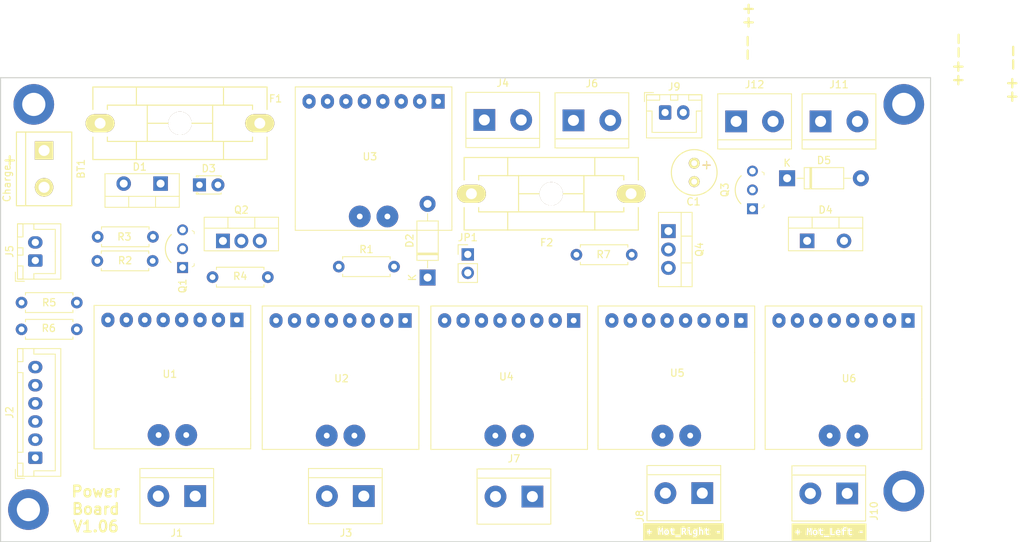
<source format=kicad_pcb>
(kicad_pcb (version 20211014) (generator pcbnew)
  (layers (0 "F.Cu" signal) (31 "B.Cu" signal) (34 "B.Paste" user) (35 "F.Paste" user) (36 "B.SilkS" user "B.Silkscreen") (37 "F.SilkS" user "F.Silkscreen") (38 "B.Mask" user) (39 "F.Mask" user) (44 "Edge.Cuts" user))
  (net 0 "")
  (net 1 "GND")
  (net 2 "Net-(F2-Pad1)")
  (net 3 "pinChargeEnable")
  (net 4 "pinBatterySwitch")
  (net 5 "Net-(Q1-Pad1)")
  (net 6 "Net-(Q1-Pad2)")
  (net 7 "Net-(Q3-Pad2)")
  (net 8 "+3V3")
  (net 9 "V_Bat")
  (net 10 "SDA0")
  (net 11 "SCL0")
  (net 12 "SDA1")
  (net 13 "SCL1")
  (net 29 "Net-(BT1-Pad1)")
  (net 30 "Net-(D2-Pad2)")
  (net 31 "Net-(D3-Pad2)")
  (net 32 "Net-(J4-Pad1)")
  (net 33 "Net-(J9-Pad1)")
  (net 37 "Net-(D4-Pad1)")
  (net 38 "Net-(D5-Pad2)")
  (net 39 "Net-(J3-Pad2)")
  (net 40 "Net-(J7-Pad2)")
  (net 41 "Net-(J8-Pad2)")
  (net 42 "Net-(J10-Pad2)")
  (net 43 "Net-(J1-Pad2)")
  (net 44 "Net-(Q2-Pad2)")
  (net 45 "Net-(D1-Pad1)")
  (net 46 "Net-(C1-Pad1)")
  (footprint "Zimprich:Anschlussklemme_2P_RM5,08" (layer "F.Cu") (at 90.71 73.79 -90)
    (fp_text reference "BT1" (at 0 -5.08 90) (layer "F.SilkS"))
    (fp_text value "Charge" (at 1.99 5.13 90) (layer "F.SilkS"))
    (pad "1" thru_hole rect locked (at -2.54 0 270) (size 2.54 2.54) (drill 1.524) (layers *.Cu *.Mask "F.SilkS") (net 29 "Net-(BT1-Pad1)"))
    (pad "2" thru_hole circle locked (at 2.54 0 270) (size 2.54 2.54) (drill 1.524) (layers *.Cu *.Mask "F.SilkS") (net 1 "GND"))
  )
  (footprint "Zimprich:Elko_vert_11.2x6.3mm_RM2.5" (layer "F.Cu") (at 180.29 73.01 -90)
    (fp_text reference "C1" (at 5.31 0.1) (layer "F.SilkS"))
    (fp_text value "100uF")
    (fp_line (start 0.26924 -1.69926) (end 0.26924 -1.30048) (layer "F.Cu") (width 0.15))
    (fp_line (start 0.26924 -1.69926) (end 0.26924 -2.19964) (layer "F.Cu") (width 0.15))
    (fp_line (start 0.26924 -1.69926) (end 0.76962 -1.69926) (layer "F.Cu") (width 0.15))
    (fp_line (start 0.26924 -1.30048) (end 0.26924 -1.19888) (layer "F.Cu") (width 0.15))
    (fp_line (start -0.23114 -1.69926) (end 0.26924 -1.69926) (layer "F.Cu") (width 0.15))
    (pad "1" thru_hole circle locked (at 0 0 270) (size 1.50114 1.50114) (drill 0.8001) (layers *.Cu *.Mask "F.SilkS") (net 46 "Net-(C1-Pad1)"))
    (pad "2" thru_hole circle locked (at 2.54 0 270) (size 1.50114 1.50114) (drill 0.8001) (layers *.Cu *.Mask "F.SilkS") (net 1 "GND"))
  )
  (footprint "Package_TO_SOT_THT:TO-220-2_Vertical" (layer "F.Cu") (at 106.76 75.82 180)
    (fp_text reference "D1" (at 2.876 2.304) (layer "F.SilkS"))
    (fp_text value "MBR1045")
    (pad "1" thru_hole rect locked (at 0 0 180) (size 2 2) (drill 1.1) (layers *.Cu *.Mask) (net 45 "Net-(D1-Pad1)"))
    (pad "2" thru_hole oval locked (at 5.08 0 180) (size 2 2) (drill 1.1) (layers *.Cu *.Mask) (net 1 "GND"))
  )
  (footprint "Zimprich:Fuseholder_Reichelt_PL112000" (layer "F.Cu") (at 109.43 67.5)
    (fp_text reference "F1" (at 13.17 -3.39) (layer "F.SilkS"))
    (fp_text value "5A" hide)
    (pad "1" thru_hole oval locked (at -11.00074 0 270) (size 2.49936 4.0005) (drill 1.50114) (layers *.Cu *.Mask "F.SilkS") (net 29 "Net-(BT1-Pad1)"))
    (pad "2" thru_hole oval locked (at 11.00074 0 270) (size 2.49936 4.0005) (drill 1.50114) (layers *.Cu *.Mask "F.SilkS") (net 45 "Net-(D1-Pad1)"))
    (pad "~" thru_hole circle locked (at 0 0) (size 3.2 3.2) (drill 3.2) (layers *.Cu *.Mask "F.SilkS"))
  )
  (footprint "Zimprich:Fuseholder_Reichelt_PL112000" (layer "F.Cu") (at 160.59 77.22 180)
    (fp_text reference "F2" (at 0.635 -6.731) (layer "F.SilkS"))
    (fp_text value "10A" hide)
    (pad "1" thru_hole oval locked (at -11.00074 0 90) (size 2.49936 4.0005) (drill 1.50114) (layers *.Cu *.Mask "F.SilkS") (net 2 "Net-(F2-Pad1)"))
    (pad "2" thru_hole oval locked (at 11.00074 0 90) (size 2.49936 4.0005) (drill 1.50114) (layers *.Cu *.Mask "F.SilkS") (net 37 "Net-(D4-Pad1)"))
    (pad "~" thru_hole circle locked (at 0 0 180) (size 3.2 3.2) (drill 3.2) (layers *.Cu *.Mask "F.SilkS"))
  )
  (footprint "TerminalBlock:TerminalBlock_bornier-2_P5.08mm" (layer "F.Cu") (at 111.53 118.92 180)
    (fp_text reference "J1" (at 2.54 -5.08) (layer "F.SilkS"))
    (fp_text value "Mow3")
    (pad "1" thru_hole rect locked (at 0 0 180) (size 3 3) (drill 1.52) (layers *.Cu *.Mask) (net 1 "GND"))
    (pad "2" thru_hole circle locked (at 5.08 0 180) (size 3 3) (drill 1.52) (layers *.Cu *.Mask) (net 43 "Net-(J1-Pad2)"))
  )
  (footprint "digikey-footprints:TO-92-3_Formed_Leads" (layer "F.Cu") (at 109.795 87.4 90)
    (fp_text reference "Q1" (at -2.54 0 90) (layer "F.SilkS"))
    (fp_text value "BC547C")
    (pad "1" thru_hole rect (at 0 0 270) (size 1.5 1.5) (drill 0.9) (layers *.Cu *.Mask) (net 5 "Net-(Q1-Pad1)"))
    (pad "2" thru_hole circle (at 2.6 0 270) (size 1.5 1.5) (drill 0.9) (layers *.Cu *.Mask) (net 6 "Net-(Q1-Pad2)"))
    (pad "3" thru_hole circle (at 5.2 0 270) (size 1.5 1.5) (drill 0.9) (layers *.Cu *.Mask) (net 1 "GND"))
  )
  (footprint "digikey-footprints:TO-92-3_Formed_Leads" (layer "F.Cu") (at 188.315 79.29 90)
    (fp_text reference "Q3" (at 2.6 -3.81 90) (layer "F.SilkS"))
    (fp_text value "BC547C")
    (pad "1" thru_hole rect (at 0 0 270) (size 1.5 1.5) (drill 0.9) (layers *.Cu *.Mask) (net 33 "Net-(J9-Pad1)"))
    (pad "2" thru_hole circle (at 2.6 0 270) (size 1.5 1.5) (drill 0.9) (layers *.Cu *.Mask) (net 7 "Net-(Q3-Pad2)"))
    (pad "3" thru_hole circle (at 5.2 0 270) (size 1.5 1.5) (drill 0.9) (layers *.Cu *.Mask) (net 1 "GND"))
  )
  (footprint "Resistor_THT:R_Axial_DIN0207_L6.3mm_D2.5mm_P7.62mm_Horizontal" (layer "F.Cu") (at 105.71 83.16 180)
    (fp_text reference "R3" (at 3.937 0) (layer "F.SilkS"))
    (fp_text value "4k7")
    (pad "1" thru_hole circle locked (at 0 0 180) (size 1.6 1.6) (drill 0.8) (layers *.Cu *.Mask) (net 6 "Net-(Q1-Pad2)"))
    (pad "2" thru_hole oval locked (at 7.62 0 180) (size 1.6 1.6) (drill 0.8) (layers *.Cu *.Mask) (net 3 "pinChargeEnable"))
  )
  (footprint "Resistor_THT:R_Axial_DIN0207_L6.3mm_D2.5mm_P7.62mm_Horizontal" (layer "F.Cu") (at 121.54 88.72 180)
    (fp_text reference "R4" (at 3.81 0.127) (layer "F.SilkS"))
    (fp_text value "4k7")
    (pad "1" thru_hole circle locked (at 0 0 180) (size 1.6 1.6) (drill 0.8) (layers *.Cu *.Mask) (net 30 "Net-(D2-Pad2)"))
    (pad "2" thru_hole oval locked (at 7.62 0 180) (size 1.6 1.6) (drill 0.8) (layers *.Cu *.Mask) (net 5 "Net-(Q1-Pad1)"))
  )
  (footprint "Resistor_THT:R_Axial_DIN0207_L6.3mm_D2.5mm_P7.62mm_Horizontal" (layer "F.Cu") (at 87.6 92.23)
    (fp_text reference "R5" (at 3.81 0) (layer "F.SilkS"))
    (fp_text value "4k7")
    (pad "1" thru_hole circle locked (at 0 0) (size 1.6 1.6) (drill 0.8) (layers *.Cu *.Mask) (net 4 "pinBatterySwitch"))
    (pad "2" thru_hole oval locked (at 7.62 0) (size 1.6 1.6) (drill 0.8) (layers *.Cu *.Mask) (net 1 "GND"))
  )
  (footprint "Resistor_THT:R_Axial_DIN0207_L6.3mm_D2.5mm_P7.62mm_Horizontal" (layer "F.Cu") (at 87.6 95.92)
    (fp_text reference "R6" (at 3.75 -0.16) (layer "F.SilkS"))
    (fp_text value "4k7")
    (pad "1" thru_hole circle locked (at 0 0) (size 1.6 1.6) (drill 0.8) (layers *.Cu *.Mask) (net 4 "pinBatterySwitch"))
    (pad "2" thru_hole oval locked (at 7.62 0) (size 1.6 1.6) (drill 0.8) (layers *.Cu *.Mask) (net 7 "Net-(Q3-Pad2)"))
  )
  (footprint "MountingHole:MountingHole_3.2mm_M3_DIN965_Pad_TopBottom" (layer "F.Cu") (at 89.289 64.897)
    (fp_text reference "H1" hide)
    (fp_text value "MountingHole_Pad" hide)
    (pad "1" connect circle locked (at 0 0) (size 5.6 5.6) (layers "B.Cu" "B.Mask") (net 1 "GND"))
    (pad "1" connect circle locked (at 0 0) (size 5.6 5.6) (layers "F.Cu" "F.Mask") (net 1 "GND"))
    (pad "1" thru_hole circle locked (at 0 0) (size 3.6 3.6) (drill 3.2) (layers *.Cu *.Mask) (net 1 "GND"))
  )
  (footprint "MountingHole:MountingHole_3.2mm_M3_DIN965_Pad_TopBottom" (layer "F.Cu") (at 209.169 64.897)
    (fp_text reference "H2" hide)
    (fp_text value "MountingHole_Pad" hide)
    (pad "1" connect circle locked (at 0 0) (size 5.6 5.6) (layers "B.Cu" "B.Mask") (net 1 "GND"))
    (pad "1" thru_hole circle locked (at 0 0) (size 3.6 3.6) (drill 3.2) (layers *.Cu *.Mask) (net 1 "GND"))
    (pad "1" connect circle locked (at 0 0) (size 5.6 5.6) (layers "F.Cu" "F.Mask") (net 1 "GND"))
  )
  (footprint "MountingHole:MountingHole_3.2mm_M3_DIN965_Pad_TopBottom" (layer "F.Cu") (at 209.169 118.237)
    (fp_text reference "H3" hide)
    (fp_text value "MountingHole_Pad" hide)
    (pad "1" thru_hole circle locked (at 0 0) (size 3.6 3.6) (drill 3.2) (layers *.Cu *.Mask) (net 1 "GND"))
    (pad "1" connect circle locked (at 0 0) (size 5.6 5.6) (layers "F.Cu" "F.Mask") (net 1 "GND"))
    (pad "1" connect circle locked (at 0 0) (size 5.6 5.6) (layers "B.Cu" "B.Mask") (net 1 "GND"))
  )
  (footprint "MountingHole:MountingHole_3.2mm_M3_DIN965_Pad_TopBottom" (layer "F.Cu") (at 88.55 120.78)
    (fp_text reference "H4" hide)
    (fp_text value "MountingHole_Pad" hide)
    (pad "1" connect circle locked (at 0 0) (size 5.6 5.6) (layers "F.Cu" "F.Mask") (net 1 "GND"))
    (pad "1" thru_hole circle locked (at 0 0) (size 3.6 3.6) (drill 3.2) (layers *.Cu *.Mask) (net 1 "GND"))
    (pad "1" connect circle locked (at 0 0) (size 5.6 5.6) (layers "B.Cu" "B.Mask") (net 1 "GND"))
  )
  (footprint "TerminalBlock:TerminalBlock_bornier-2_P5.08mm" (layer "F.Cu") (at 181.4 118.51 180)
    (fp_text reference "J8" (at 8.59 -3.17 90) (layer "F.SilkS"))
    (fp_text value "Mot_Right")
    (pad "1" thru_hole rect locked (at 0 0 180) (size 3 3) (drill 1.52) (layers *.Cu *.Mask) (net 1 "GND"))
    (pad "2" thru_hole circle locked (at 5.08 0 180) (size 3 3) (drill 1.52) (layers *.Cu *.Mask) (net 41 "Net-(J8-Pad2)"))
  )
  (footprint "Package_TO_SOT_THT:TO-220-3_Vertical" (layer "F.Cu") (at 176.735 82.37 -90)
    (fp_text reference "Q4" (at 2.54 -4.27 90) (layer "F.SilkS"))
    (fp_text value "IRF9540N")
    (pad "1" thru_hole rect locked (at 0 0 270) (size 1.905 2) (drill 1.1) (layers *.Cu *.Mask) (net 33 "Net-(J9-Pad1)"))
    (pad "2" thru_hole oval locked (at 2.54 0 270) (size 1.905 2) (drill 1.1) (layers *.Cu *.Mask) (net 46 "Net-(C1-Pad1)"))
    (pad "3" thru_hole oval locked (at 5.08 0 270) (size 1.905 2) (drill 1.1) (layers *.Cu *.Mask) (net 38 "Net-(D5-Pad2)"))
  )
  (footprint "Package_TO_SOT_THT:TO-220-3_Vertical" (layer "F.Cu") (at 115.35 83.725)
    (fp_text reference "Q2" (at 2.54 -4.27) (layer "F.SilkS"))
    (fp_text value "IRF9540N")
    (pad "1" thru_hole rect locked (at 0 0) (size 1.905 2) (drill 1.1) (layers *.Cu *.Mask) (net 5 "Net-(Q1-Pad1)"))
    (pad "2" thru_hole oval locked (at 2.54 0) (size 1.905 2) (drill 1.1) (layers *.Cu *.Mask) (net 44 "Net-(Q2-Pad2)"))
    (pad "3" thru_hole oval locked (at 5.08 0) (size 1.905 2) (drill 1.1) (layers *.Cu *.Mask) (net 30 "Net-(D2-Pad2)"))
  )
  (footprint "Connector_JST:JST_XH_B6B-XH-A_1x06_P2.50mm_Vertical" (layer "F.Cu") (at 89.5 113.63 90)
    (fp_text reference "J2" (at 6.25 -3.55 90) (layer "F.SilkS"))
    (fp_text value "Main_PCB1")
    (pad "1" thru_hole roundrect locked (at 0 0 90) (size 1.7 1.95) (drill 0.95) (layers *.Cu *.Mask) (roundrect_rratio 0.147059) (net 13 "SCL1"))
    (pad "2" thru_hole oval locked (at 2.5 0 90) (size 1.7 1.95) (drill 0.95) (layers *.Cu *.Mask) (net 12 "SDA1"))
    (pad "3" thru_hole oval locked (at 5 0 90) (size 1.7 1.95) (drill 0.95) (layers *.Cu *.Mask) (net 11 "SCL0"))
    (pad "4" thru_hole oval locked (at 7.5 0 90) (size 1.7 1.95) (drill 0.95) (layers *.Cu *.Mask) (net 10 "SDA0"))
    (pad "5" thru_hole oval locked (at 10 0 90) (size 1.7 1.95) (drill 0.95) (layers *.Cu *.Mask) (net 1 "GND"))
    (pad "6" thru_hole oval locked (at 12.5 0 90) (size 1.7 1.95) (drill 0.95) (layers *.Cu *.Mask) (net 8 "+3V3"))
  )
  (footprint "TerminalBlock:TerminalBlock_bornier-2_P5.08mm" (layer "F.Cu") (at 134.76 118.92 180)
    (fp_text reference "J3" (at 2.45 -5.08) (layer "F.SilkS"))
    (fp_text value "Mow2")
    (pad "1" thru_hole rect locked (at 0 0 180) (size 3 3) (drill 1.52) (layers *.Cu *.Mask) (net 1 "GND"))
    (pad "2" thru_hole circle locked (at 5.08 0 180) (size 3 3) (drill 1.52) (layers *.Cu *.Mask) (net 39 "Net-(J3-Pad2)"))
  )
  (footprint "TerminalBlock:TerminalBlock_bornier-2_P5.08mm" (layer "F.Cu") (at 151.37 67.04)
    (fp_text reference "J4" (at 2.54 -5.08) (layer "F.SilkS"))
    (fp_text value "Battery")
    (pad "1" thru_hole rect locked (at 0 0) (size 3 3) (drill 1.52) (layers *.Cu *.Mask) (net 32 "Net-(J4-Pad1)"))
    (pad "2" thru_hole circle locked (at 5.08 0) (size 3 3) (drill 1.52) (layers *.Cu *.Mask) (net 1 "GND"))
  )
  (footprint "Connector_JST:JST_XH_B2B-XH-A_1x02_P2.50mm_Vertical" (layer "F.Cu") (at 89.5 86.43 90)
    (fp_text reference "J5" (at 1.25 -3.55 90) (layer "F.SilkS"))
    (fp_text value "Main_PCB2")
    (pad "1" thru_hole roundrect locked (at 0 0 90) (size 1.7 2) (drill 1) (layers *.Cu *.Mask) (roundrect_rratio 0.147059) (net 4 "pinBatterySwitch"))
    (pad "2" thru_hole oval locked (at 2.5 0 90) (size 1.7 2) (drill 1) (layers *.Cu *.Mask) (net 3 "pinChargeEnable"))
  )
  (footprint "TerminalBlock:TerminalBlock_bornier-2_P5.08mm" (layer "F.Cu") (at 163.65 67.1)
    (fp_text reference "J6" (at 2.54 -5.08) (layer "F.SilkS"))
    (fp_text value "Power Switch")
    (pad "1" thru_hole rect locked (at 0 0) (size 3 3) (drill 1.52) (layers *.Cu *.Mask) (net 32 "Net-(J4-Pad1)"))
    (pad "2" thru_hole circle locked (at 5.08 0) (size 3 3) (drill 1.52) (layers *.Cu *.Mask) (net 2 "Net-(F2-Pad1)"))
  )
  (footprint "TerminalBlock:TerminalBlock_bornier-2_P5.08mm" (layer "F.Cu") (at 157.99 118.98 180)
    (fp_text reference "J7" (at 2.54 5.22) (layer "F.SilkS"))
    (fp_text value "Mow1")
    (pad "1" thru_hole rect locked (at 0 0 180) (size 3 3) (drill 1.52) (layers *.Cu *.Mask) (net 1 "GND"))
    (pad "2" thru_hole circle locked (at 5.08 0 180) (size 3 3) (drill 1.52) (layers *.Cu *.Mask) (net 40 "Net-(J7-Pad2)"))
  )
  (footprint "Connector_JST:JST_XH_B2B-XH-A_1x02_P2.50mm_Vertical" (layer "F.Cu") (at 176.28 66.015)
    (fp_text reference "J9" (at 1.25 -3.55) (layer "F.SilkS"))
    (fp_text value "Start")
    (pad "1" thru_hole roundrect locked (at 0 0) (size 1.7 2) (drill 1) (layers *.Cu *.Mask) (roundrect_rratio 0.147059) (net 33 "Net-(J9-Pad1)"))
    (pad "2" thru_hole oval locked (at 2.5 0) (size 1.7 2) (drill 1) (layers *.Cu *.Mask) (net 1 "GND"))
  )
  (footprint "TerminalBlock:TerminalBlock_bornier-2_P5.08mm" (layer "F.Cu") (at 201.37 118.55 180)
    (fp_text reference "J10" (at -3.69 -2.42 90) (layer "F.SilkS"))
    (fp_text value "Mot_Left")
    (pad "1" thru_hole rect locked (at 0 0 180) (size 3 3) (drill 1.52) (layers *.Cu *.Mask) (net 1 "GND"))
    (pad "2" thru_hole circle locked (at 5.08 0 180) (size 3 3) (drill 1.52) (layers *.Cu *.Mask) (net 42 "Net-(J10-Pad2)"))
  )
  (footprint "TerminalBlock:TerminalBlock_bornier-2_P5.08mm" (layer "F.Cu") (at 197.7 67.24)
    (fp_text reference "J11" (at 2.54 -5.08) (layer "F.SilkS"))
    (fp_text value "DC/DC2")
    (pad "1" thru_hole rect locked (at 0 0) (size 3 3) (drill 1.52) (layers *.Cu *.Mask) (net 1 "GND"))
    (pad "2" thru_hole circle locked (at 5.08 0) (size 3 3) (drill 1.52) (layers *.Cu *.Mask) (net 9 "V_Bat"))
  )
  (footprint "TerminalBlock:TerminalBlock_bornier-2_P5.08mm" (layer "F.Cu") (at 186.07 67.24)
    (fp_text reference "J12" (at 2.54 -5.08) (layer "F.SilkS"))
    (fp_text value "DC/DC1")
    (pad "1" thru_hole rect locked (at 0 0) (size 3 3) (drill 1.52) (layers *.Cu *.Mask) (net 1 "GND"))
    (pad "2" thru_hole circle locked (at 5.08 0) (size 3 3) (drill 1.52) (layers *.Cu *.Mask) (net 9 "V_Bat"))
  )
  (footprint "Current_sense:INA226" (layer "F.Cu") (at 131.56 102.32 180)
    (fp_text reference "U2" (at -0.127 -0.381) (layer "F.SilkS"))
    (fp_text value "INA226")
    (pad "1" thru_hole rect locked (at -8.89 7.62 180) (size 1.8 2) (drill 0.8) (layers *.Cu *.Mask))
    (pad "2" thru_hole oval locked (at -6.35 7.62 180) (size 1.8 2) (drill 0.8) (layers *.Cu *.Mask))
    (pad "3" thru_hole oval locked (at -3.81 7.62 180) (size 1.8 2) (drill 0.8) (layers *.Cu *.Mask) (net 9 "V_Bat"))
    (pad "4" thru_hole oval locked (at -1.27 7.62 180) (size 1.8 2) (drill 0.8) (layers *.Cu *.Mask))
    (pad "5" thru_hole oval locked (at 1.27 7.62 180) (size 1.8 2) (drill 0.8) (layers *.Cu *.Mask) (net 13 "SCL1"))
    (pad "6" thru_hole oval locked (at 3.81 7.62 180) (size 1.8 2) (drill 0.8) (layers *.Cu *.Mask) (net 12 "SDA1"))
    (pad "7" thru_hole oval locked (at 6.35 7.62 180) (size 1.8 2) (drill 0.8) (layers *.Cu *.Mask) (net 1 "GND"))
    (pad "8" thru_hole oval locked (at 8.89 7.62 180) (size 1.8 2) (drill 0.8) (layers *.Cu *.Mask) (net 8 "+3V3"))
    (pad "9" thru_hole oval locked (at -1.905 -8.255 180) (size 3 3) (drill 0.8) (layers *.Cu *.Mask) (net 9 "V_Bat"))
    (pad "10" thru_hole oval locked (at 1.905 -8.255 180) (size 3 3) (drill 0.8) (layers *.Cu *.Mask) (net 39 "Net-(J3-Pad2)"))
  )
  (footprint "Current_sense:INA226" (layer "F.Cu") (at 136.11 72.1 180)
    (fp_text reference "U3" (at 0.508 0 180) (layer "F.SilkS"))
    (fp_text value "INA226")
    (pad "1" thru_hole rect locked (at -8.89 7.62 180) (size 1.8 2) (drill 0.8) (layers *.Cu *.Mask))
    (pad "2" thru_hole oval locked (at -6.35 7.62 180) (size 1.8 2) (drill 0.8) (layers *.Cu *.Mask))
    (pad "3" thru_hole oval locked (at -3.81 7.62 180) (size 1.8 2) (drill 0.8) (layers *.Cu *.Mask) (net 44 "Net-(Q2-Pad2)"))
    (pad "4" thru_hole oval locked (at -1.27 7.62 180) (size 1.8 2) (drill 0.8) (layers *.Cu *.Mask))
    (pad "5" thru_hole oval locked (at 1.27 7.62 180) (size 1.8 2) (drill 0.8) (layers *.Cu *.Mask) (net 11 "SCL0"))
    (pad "6" thru_hole oval locked (at 3.81 7.62 180) (size 1.8 2) (drill 0.8) (layers *.Cu *.Mask) (net 10 "SDA0"))
    (pad "7" thru_hole oval locked (at 6.35 7.62 180) (size 1.8 2) (drill 0.8) (layers *.Cu *.Mask) (net 1 "GND"))
    (pad "8" thru_hole oval locked (at 8.89 7.62 180) (size 1.8 2) (drill 0.8) (layers *.Cu *.Mask) (net 8 "+3V3"))
    (pad "9" thru_hole oval locked (at -1.905 -8.255 180) (size 3 3) (drill 0.8) (layers *.Cu *.Mask) (net 44 "Net-(Q2-Pad2)"))
    (pad "10" thru_hole oval locked (at 1.905 -8.255 180) (size 3 3) (drill 0.8) (layers *.Cu *.Mask) (net 32 "Net-(J4-Pad1)"))
  )
  (footprint "Current_sense:INA226" (layer "F.Cu") (at 154.79 102.32 180)
    (fp_text reference "U4" (at 0.381 -0.127 180) (layer "F.SilkS"))
    (fp_text value "INA226")
    (pad "1" thru_hole rect locked (at -8.89 7.62 180) (size 1.8 2) (drill 0.8) (layers *.Cu *.Mask))
    (pad "2" thru_hole oval locked (at -6.35 7.62 180) (size 1.8 2) (drill 0.8) (layers *.Cu *.Mask))
    (pad "3" thru_hole oval locked (at -3.81 7.62 180) (size 1.8 2) (drill 0.8) (layers *.Cu *.Mask) (net 9 "V_Bat"))
    (pad "4" thru_hole oval locked (at -1.27 7.62 180) (size 1.8 2) (drill 0.8) (layers *.Cu *.Mask))
    (pad "5" thru_hole oval locked (at 1.27 7.62 180) (size 1.8 2) (drill 0.8) (layers *.Cu *.Mask) (net 13 "SCL1"))
    (pad "6" thru_hole oval locked (at 3.81 7.62 180) (size 1.8 2) (drill 0.8) (layers *.Cu *.Mask) (net 12 "SDA1"))
    (pad "7" thru_hole oval locked (at 6.35 7.62 180) (size 1.8 2) (drill 0.8) (layers *.Cu *.Mask) (net 1 "GND"))
    (pad "8" thru_hole oval locked (at 8.89 7.62 180) (size 1.8 2) (drill 0.8) (layers *.Cu *.Mask) (net 8 "+3V3"))
    (pad "9" thru_hole oval locked (at -1.905 -8.255 180) (size 3 3) (drill 0.8) (layers *.Cu *.Mask) (net 9 "V_Bat"))
    (pad "10" thru_hole oval locked (at 1.905 -8.255 180) (size 3 3) (drill 0.8) (layers *.Cu *.Mask) (net 40 "Net-(J7-Pad2)"))
  )
  (footprint "Current_sense:INA226" (layer "F.Cu") (at 177.83 102.32 180)
    (fp_text reference "U5" (at -0.127 0.381) (layer "F.SilkS"))
    (fp_text value "INA226")
    (pad "1" thru_hole rect locked (at -8.89 7.62 180) (size 1.8 2) (drill 0.8) (layers *.Cu *.Mask))
    (pad "2" thru_hole oval locked (at -6.35 7.62 180) (size 1.8 2) (drill 0.8) (layers *.Cu *.Mask))
    (pad "3" thru_hole oval locked (at -3.81 7.62 180) (size 1.8 2) (drill 0.8) (layers *.Cu *.Mask) (net 9 "V_Bat"))
    (pad "4" thru_hole oval locked (at -1.27 7.62 180) (size 1.8 2) (drill 0.8) (layers *.Cu *.Mask))
    (pad "5" thru_hole oval locked (at 1.27 7.62 180) (size 1.8 2) (drill 0.8) (layers *.Cu *.Mask) (net 11 "SCL0"))
    (pad "6" thru_hole oval locked (at 3.81 7.62 180) (size 1.8 2) (drill 0.8) (layers *.Cu *.Mask) (net 10 "SDA0"))
    (pad "7" thru_hole oval locked (at 6.35 7.62 180) (size 1.8 2) (drill 0.8) (layers *.Cu *.Mask) (net 1 "GND"))
    (pad "8" thru_hole oval locked (at 8.89 7.62 180) (size 1.8 2) (drill 0.8) (layers *.Cu *.Mask) (net 8 "+3V3"))
    (pad "9" thru_hole oval locked (at -1.905 -8.255 180) (size 3 3) (drill 0.8) (layers *.Cu *.Mask) (net 9 "V_Bat"))
    (pad "10" thru_hole oval locked (at 1.905 -8.255 180) (size 3 3) (drill 0.8) (layers *.Cu *.Mask) (net 41 "Net-(J8-Pad2)"))
  )
  (footprint "Current_sense:INA226" (layer "F.Cu") (at 200.86 102.32 180)
    (fp_text reference "U6" (at -0.762 -0.381) (layer "F.SilkS"))
    (fp_text value "INA226")
    (pad "1" thru_hole rect locked (at -8.89 7.62 180) (size 1.8 2) (drill 0.8) (layers *.Cu *.Mask))
    (pad "2" thru_hole oval locked (at -6.35 7.62 180) (size 1.8 2) (drill 0.8) (layers *.Cu *.Mask))
    (pad "3" thru_hole oval locked (at -3.81 7.62 180) (size 1.8 2) (drill 0.8) (layers *.Cu *.Mask) (net 9 "V_Bat"))
    (pad "4" thru_hole oval locked (at -1.27 7.62 180) (size 1.8 2) (drill 0.8) (layers *.Cu *.Mask))
    (pad "5" thru_hole oval locked (at 1.27 7.62 180) (size 1.8 2) (drill 0.8) (layers *.Cu *.Mask) (net 11 "SCL0"))
    (pad "6" thru_hole oval locked (at 3.81 7.62 180) (size 1.8 2) (drill 0.8) (layers *.Cu *.Mask) (net 10 "SDA0"))
    (pad "7" thru_hole oval locked (at 6.35 7.62 180) (size 1.8 2) (drill 0.8) (layers *.Cu *.Mask) (net 1 "GND"))
    (pad "8" thru_hole oval locked (at 8.89 7.62 180) (size 1.8 2) (drill 0.8) (layers *.Cu *.Mask) (net 8 "+3V3"))
    (pad "9" thru_hole oval locked (at -1.905 -8.255 180) (size 3 3) (drill 0.8) (layers *.Cu *.Mask) (net 9 "V_Bat"))
    (pad "10" thru_hole oval locked (at 1.905 -8.255 180) (size 3 3) (drill 0.8) (layers *.Cu *.Mask) (net 42 "Net-(J10-Pad2)"))
  )
  (footprint "Resistor_THT:R_Axial_DIN0207_L6.3mm_D2.5mm_P7.62mm_Horizontal" (layer "F.Cu") (at 164.06 85.63)
    (fp_text reference "R7" (at 3.74 -0.03) (layer "F.SilkS"))
    (fp_text value "4k7")
    (pad "1" thru_hole circle locked (at 0 0) (size 1.6 1.6) (drill 0.8) (layers *.Cu *.Mask) (net 38 "Net-(D5-Pad2)"))
    (pad "2" thru_hole oval locked (at 7.62 0) (size 1.6 1.6) (drill 0.8) (layers *.Cu *.Mask) (net 33 "Net-(J9-Pad1)"))
  )
  (footprint "Resistor_THT:R_Axial_DIN0207_L6.3mm_D2.5mm_P7.62mm_Horizontal" (layer "F.Cu") (at 131.31 87.27)
    (fp_text reference "R1" (at 3.81 -2.37) (layer "F.SilkS"))
    (fp_text value "4.7kO")
    (pad "1" thru_hole circle locked (at 0 0) (size 1.6 1.6) (drill 0.8) (layers *.Cu *.Mask) (net 30 "Net-(D2-Pad2)"))
    (pad "2" thru_hole oval locked (at 7.62 0) (size 1.6 1.6) (drill 0.8) (layers *.Cu *.Mask) (net 31 "Net-(D3-Pad2)"))
  )
  (footprint "kibuzzard-62B75E62" (layer "F.Cu") (at 198.87 123.88)
    (fp_text reference "kibuzzard-62B75E62" hide)
    (fp_text value "G***" hide)
  )
  (footprint "Connector_PinHeader_2.54mm:PinHeader_1x02_P2.54mm_Vertical" (layer "F.Cu") (at 149.09 85.585)
    (fp_text reference "JP1" (at 0 -2.33) (layer "F.SilkS"))
    (fp_text value "Jumper_2_Open")
    (pad "1" thru_hole rect locked (at 0 0) (size 1.7 1.7) (drill 1) (layers *.Cu *.Mask) (net 30 "Net-(D2-Pad2)"))
    (pad "2" thru_hole oval locked (at 0 2.54) (size 1.7 1.7) (drill 1) (layers *.Cu *.Mask) (net 9 "V_Bat"))
  )
  (footprint "Package_TO_SOT_THT:TO-220-2_Vertical" (layer "F.Cu") (at 195.85 83.715)
    (fp_text reference "D4" (at 2.54 -4.27) (layer "F.SilkS"))
    (fp_text value "MBR1045")
    (pad "1" thru_hole rect locked (at 0 0) (size 2 2) (drill 1.1) (layers *.Cu *.Mask) (net 37 "Net-(D4-Pad1)"))
    (pad "2" thru_hole oval locked (at 5.08 0) (size 2 2) (drill 1.1) (layers *.Cu *.Mask) (net 1 "GND"))
  )
  (footprint "Current_sense:INA226" (layer "F.Cu") (at 108.39 102.24 180)
    (fp_text reference "U1" (at 0.35 0.15) (layer "F.SilkS"))
    (fp_text value "INA226")
    (pad "1" thru_hole rect locked (at -8.89 7.62 180) (size 1.8 2) (drill 0.8) (layers *.Cu *.Mask))
    (pad "2" thru_hole oval locked (at -6.35 7.62 180) (size 1.8 2) (drill 0.8) (layers *.Cu *.Mask))
    (pad "3" thru_hole oval locked (at -3.81 7.62 180) (size 1.8 2) (drill 0.8) (layers *.Cu *.Mask) (net 9 "V_Bat"))
    (pad "4" thru_hole oval locked (at -1.27 7.62 180) (size 1.8 2) (drill 0.8) (layers *.Cu *.Mask))
    (pad "5" thru_hole oval locked (at 1.27 7.62 180) (size 1.8 2) (drill 0.8) (layers *.Cu *.Mask) (net 13 "SCL1"))
    (pad "6" thru_hole oval locked (at 3.81 7.62 180) (size 1.8 2) (drill 0.8) (layers *.Cu *.Mask) (net 12 "SDA1"))
    (pad "7" thru_hole oval locked (at 6.35 7.62 180) (size 1.8 2) (drill 0.8) (layers *.Cu *.Mask) (net 1 "GND"))
    (pad "8" thru_hole oval locked (at 8.89 7.62 180) (size 1.8 2) (drill 0.8) (layers *.Cu *.Mask) (net 8 "+3V3"))
    (pad "9" thru_hole oval locked (at -1.905 -8.255 180) (size 3 3) (drill 0.8) (layers *.Cu *.Mask) (net 9 "V_Bat"))
    (pad "10" thru_hole oval locked (at 1.905 -8.255 180) (size 3 3) (drill 0.8) (layers *.Cu *.Mask) (net 43 "Net-(J1-Pad2)"))
  )
  (footprint "Diode_THT:D_DO-41_SOD81_P10.16mm_Horizontal" (layer "F.Cu") (at 143.55 88.775 90)
    (fp_text reference "D2" (at 5.08 -2.47 90) (layer "F.SilkS"))
    (fp_text value "SB1240")
    (fp_text user "K" (at 0 -2.1 90) (layer "F.SilkS"))
    (pad "1" thru_hole rect locked (at 0 0 90) (size 2.2 2.2) (drill 1.1) (layers *.Cu *.Mask) (net 45 "Net-(D1-Pad1)"))
    (pad "2" thru_hole oval locked (at 10.16 0 90) (size 2.2 2.2) (drill 1.1) (layers *.Cu *.Mask) (net 30 "Net-(D2-Pad2)"))
  )
  (footprint "Resistor_THT:R_Axial_DIN0207_L6.3mm_D2.5mm_P7.62mm_Horizontal" (layer "F.Cu") (at 98.05 86.48)
    (fp_text reference "R2" (at 3.82 -0.05) (layer "F.SilkS"))
    (fp_text value "4k7")
    (pad "1" thru_hole circle locked (at 0 0) (size 1.6 1.6) (drill 0.8) (layers *.Cu *.Mask) (net 3 "pinChargeEnable"))
    (pad "2" thru_hole oval locked (at 7.62 0) (size 1.6 1.6) (drill 0.8) (layers *.Cu *.Mask) (net 1 "GND"))
  )
  (footprint "kibuzzard-62B75EB1" (layer "F.Cu") (at 178.8 123.84)
    (fp_text reference "kibuzzard-62B75EB1" hide)
    (fp_text value "G***" hide)
  )
  (footprint "Diode_THT:D_DO-41_SOD81_P10.16mm_Horizontal" (layer "F.Cu") (at 193.09 75.08)
    (fp_text reference "D5" (at 5.08 -2.47) (layer "F.SilkS"))
    (fp_text value "SB1240")
    (fp_text user "K" (at 0 -2.1) (layer "F.SilkS"))
    (pad "1" thru_hole rect locked (at 0 0) (size 2.2 2.2) (drill 1.1) (layers *.Cu *.Mask) (net 37 "Net-(D4-Pad1)"))
    (pad "2" thru_hole oval locked (at 10.16 0) (size 2.2 2.2) (drill 1.1) (layers *.Cu *.Mask) (net 38 "Net-(D5-Pad2)"))
  )
  (footprint "LED_THT:LED_D1.8mm_W3.3mm_H2.4mm" (layer "F.Cu") (at 112.12 76)
    (fp_text reference "D3" (at 1.27 -2.26) (layer "F.SilkS"))
    (fp_text value "LED")
    (pad "1" thru_hole rect locked (at 0 0) (size 1.8 1.8) (drill 0.9) (layers *.Cu *.Mask) (net 1 "GND"))
    (pad "2" thru_hole circle locked (at 2.54 0) (size 1.8 1.8) (drill 0.9) (layers *.Cu *.Mask) (net 31 "Net-(D3-Pad2)"))
  )
  (gr_line (start 84.709 125.217) (end 212.852 125.217) (layer "Edge.Cuts") (width 0.15))
  (gr_line (start 212.852 125.217) (end 212.852 61.217) (layer "Edge.Cuts") (width 0.15))
  (gr_line (start 84.709 61.217) (end 84.709 125.217) (layer "Edge.Cuts") (width 0.15))
  (gr_line (start 212.852 61.217) (end 84.709 61.217) (layer "Edge.Cuts") (width 0.15))
  (gr_text "--" (at 187.55 57.1 90) (layer "F.SilkS") (effects (font (size 1.5 1.5) (thickness 0.3))))
  (gr_text "--" (at 216.83 56.79 270) (layer "F.SilkS") (effects (font (size 1.5 1.5) (thickness 0.3))))
  (gr_text "++" (at 216.79 60.62 270) (layer "F.SilkS") (effects (font (size 1.5 1.5) (thickness 0.3))))
  (gr_text "+" (at 85.979 72.517) (layer "F.SilkS") (effects (font (size 1.5 1.5) (thickness 0.3))))
  (gr_text "Power\nBoard\nV1.06" (at 97.83 120.7) (layer "F.SilkS") (effects (font (size 1.5 1.5) (thickness 0.3))))
  (gr_text "++" (at 224.22 62.9 270) (layer "F.SilkS") (effects (font (size 1.5 1.5) (thickness 0.3))))
  (gr_text "--" (at 224.347 58.455 270) (layer "F.SilkS") (effects (font (size 1.5 1.5) (thickness 0.3))))
  (gr_text "++" (at 187.677 52.655 90) (layer "F.SilkS") (effects (font (size 1.5 1.5) (thickness 0.3))))
)
</source>
